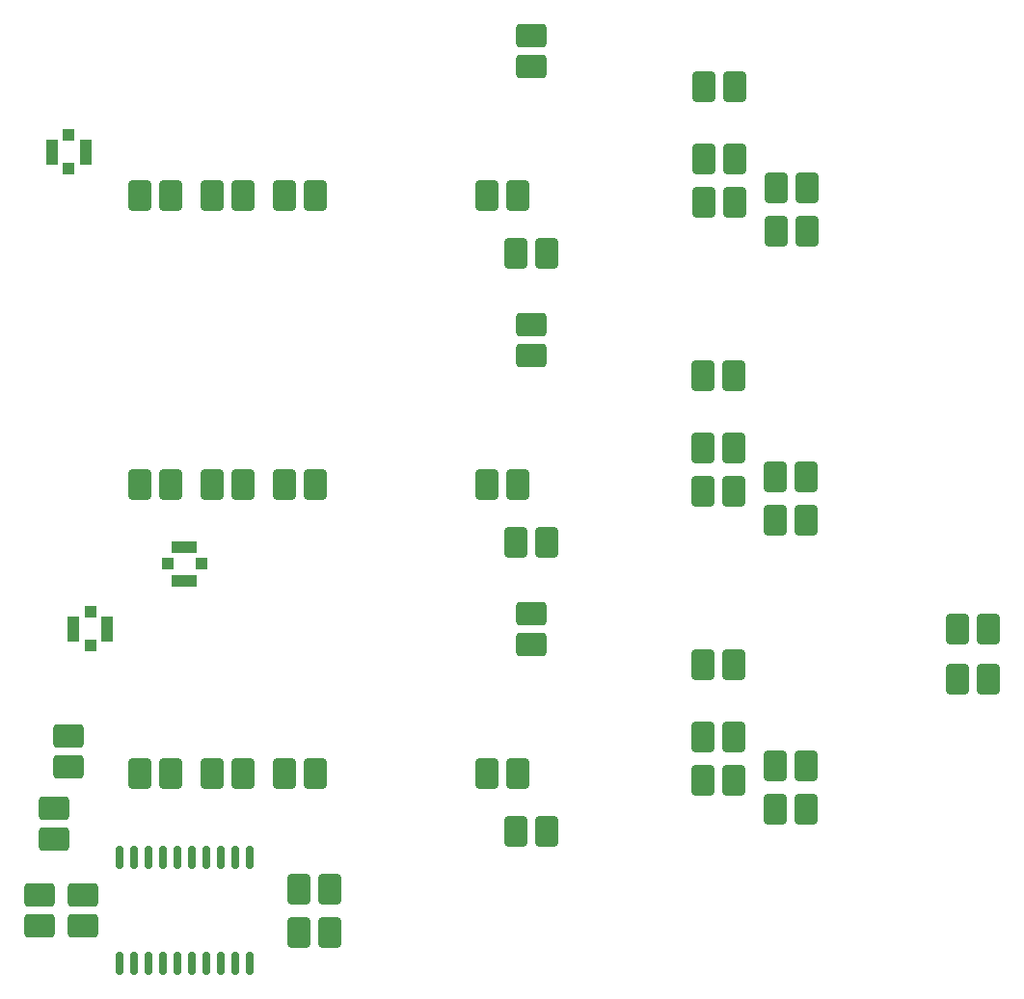
<source format=gtp>
G04 #@! TF.GenerationSoftware,KiCad,Pcbnew,8.0.3*
G04 #@! TF.CreationDate,2025-01-02T16:48:01+10:30*
G04 #@! TF.ProjectId,tt06-vga-opamp,74743036-2d76-4676-912d-6f70616d702e,rev?*
G04 #@! TF.SameCoordinates,Original*
G04 #@! TF.FileFunction,Paste,Top*
G04 #@! TF.FilePolarity,Positive*
%FSLAX46Y46*%
G04 Gerber Fmt 4.6, Leading zero omitted, Abs format (unit mm)*
G04 Created by KiCad (PCBNEW 8.0.3) date 2025-01-02 16:48:01*
%MOMM*%
%LPD*%
G01*
G04 APERTURE LIST*
G04 Aperture macros list*
%AMRoundRect*
0 Rectangle with rounded corners*
0 $1 Rounding radius*
0 $2 $3 $4 $5 $6 $7 $8 $9 X,Y pos of 4 corners*
0 Add a 4 corners polygon primitive as box body*
4,1,4,$2,$3,$4,$5,$6,$7,$8,$9,$2,$3,0*
0 Add four circle primitives for the rounded corners*
1,1,$1+$1,$2,$3*
1,1,$1+$1,$4,$5*
1,1,$1+$1,$6,$7*
1,1,$1+$1,$8,$9*
0 Add four rect primitives between the rounded corners*
20,1,$1+$1,$2,$3,$4,$5,0*
20,1,$1+$1,$4,$5,$6,$7,0*
20,1,$1+$1,$6,$7,$8,$9,0*
20,1,$1+$1,$8,$9,$2,$3,0*%
G04 Aperture macros list end*
%ADD10R,1.050000X2.200000*%
%ADD11R,1.000000X1.000000*%
%ADD12R,2.200000X1.050000*%
%ADD13RoundRect,0.150000X-0.150000X0.875000X-0.150000X-0.875000X0.150000X-0.875000X0.150000X0.875000X0*%
%ADD14RoundRect,0.396226X-0.653774X-0.953774X0.653774X-0.953774X0.653774X0.953774X-0.653774X0.953774X0*%
%ADD15RoundRect,0.396226X0.653774X0.953774X-0.653774X0.953774X-0.653774X-0.953774X0.653774X-0.953774X0*%
%ADD16RoundRect,0.396226X-0.953774X0.653774X-0.953774X-0.653774X0.953774X-0.653774X0.953774X0.653774X0*%
%ADD17RoundRect,0.396226X0.953774X-0.653774X0.953774X0.653774X-0.953774X0.653774X-0.953774X-0.653774X0*%
G04 APERTURE END LIST*
D10*
X85295000Y-109220000D03*
D11*
X83820000Y-107720000D03*
D10*
X82345000Y-109220000D03*
D11*
X83820000Y-110720000D03*
X93575000Y-103505000D03*
D12*
X92075000Y-104980000D03*
D11*
X90575000Y-103505000D03*
D12*
X92075000Y-102030000D03*
D11*
X81915000Y-68810000D03*
D10*
X80440000Y-67310000D03*
D11*
X81915000Y-65810000D03*
D10*
X83390000Y-67310000D03*
D13*
X97790000Y-129335000D03*
X96520000Y-129335000D03*
X95250000Y-129335000D03*
X93980000Y-129335000D03*
X92710000Y-129335000D03*
X91440000Y-129335000D03*
X90170000Y-129335000D03*
X88900000Y-129335000D03*
X87630000Y-129335000D03*
X86360000Y-129335000D03*
X86360000Y-138635000D03*
X87630000Y-138635000D03*
X88900000Y-138635000D03*
X90170000Y-138635000D03*
X91440000Y-138635000D03*
X92710000Y-138635000D03*
X93980000Y-138635000D03*
X95250000Y-138635000D03*
X96520000Y-138635000D03*
X97790000Y-138635000D03*
D14*
X140340000Y-112395000D03*
X137640000Y-112395000D03*
X146690000Y-125095000D03*
X143990000Y-125095000D03*
X146690000Y-121285000D03*
X143990000Y-121285000D03*
X137640000Y-122555000D03*
X140340000Y-122555000D03*
X140340000Y-118745000D03*
X137640000Y-118745000D03*
D15*
X123905000Y-127000000D03*
X121205000Y-127000000D03*
X118665000Y-121920000D03*
X121365000Y-121920000D03*
X100885000Y-121920000D03*
X103585000Y-121920000D03*
X88185000Y-121920000D03*
X90885000Y-121920000D03*
D14*
X97235000Y-121920000D03*
X94535000Y-121920000D03*
X137640000Y-86995000D03*
X140340000Y-86995000D03*
X143990000Y-99695000D03*
X146690000Y-99695000D03*
X143990000Y-95885000D03*
X146690000Y-95885000D03*
X137640000Y-97155000D03*
X140340000Y-97155000D03*
X137640000Y-93345000D03*
X140340000Y-93345000D03*
D15*
X121205000Y-101600000D03*
X123905000Y-101600000D03*
X118665000Y-96520000D03*
X121365000Y-96520000D03*
X100885000Y-96520000D03*
X103585000Y-96520000D03*
X88185000Y-96520000D03*
X90885000Y-96520000D03*
D14*
X97235000Y-96520000D03*
X94535000Y-96520000D03*
X137720000Y-61595000D03*
X140420000Y-61595000D03*
X144070000Y-74295000D03*
X146770000Y-74295000D03*
X144070000Y-70485000D03*
X146770000Y-70485000D03*
X137720000Y-71755000D03*
X140420000Y-71755000D03*
X137720000Y-67945000D03*
X140420000Y-67945000D03*
D15*
X121205000Y-76200000D03*
X123905000Y-76200000D03*
X121365000Y-71120000D03*
X118665000Y-71120000D03*
X100885000Y-71120000D03*
X103585000Y-71120000D03*
X88185000Y-71120000D03*
X90885000Y-71120000D03*
D14*
X97235000Y-71120000D03*
X94535000Y-71120000D03*
X102155000Y-135890000D03*
X104855000Y-135890000D03*
X102155000Y-132080000D03*
X104855000Y-132080000D03*
D16*
X80645000Y-125015000D03*
X80645000Y-127715000D03*
X81915000Y-118665000D03*
X81915000Y-121365000D03*
D15*
X162640000Y-113665000D03*
X159940000Y-113665000D03*
D17*
X122555000Y-107870000D03*
X122555000Y-110570000D03*
X122555000Y-85170000D03*
X122555000Y-82470000D03*
X122555000Y-59770000D03*
X122555000Y-57070000D03*
X79375000Y-135335000D03*
X79375000Y-132635000D03*
X83185000Y-132635000D03*
X83185000Y-135335000D03*
D15*
X162640000Y-109220000D03*
X159940000Y-109220000D03*
M02*

</source>
